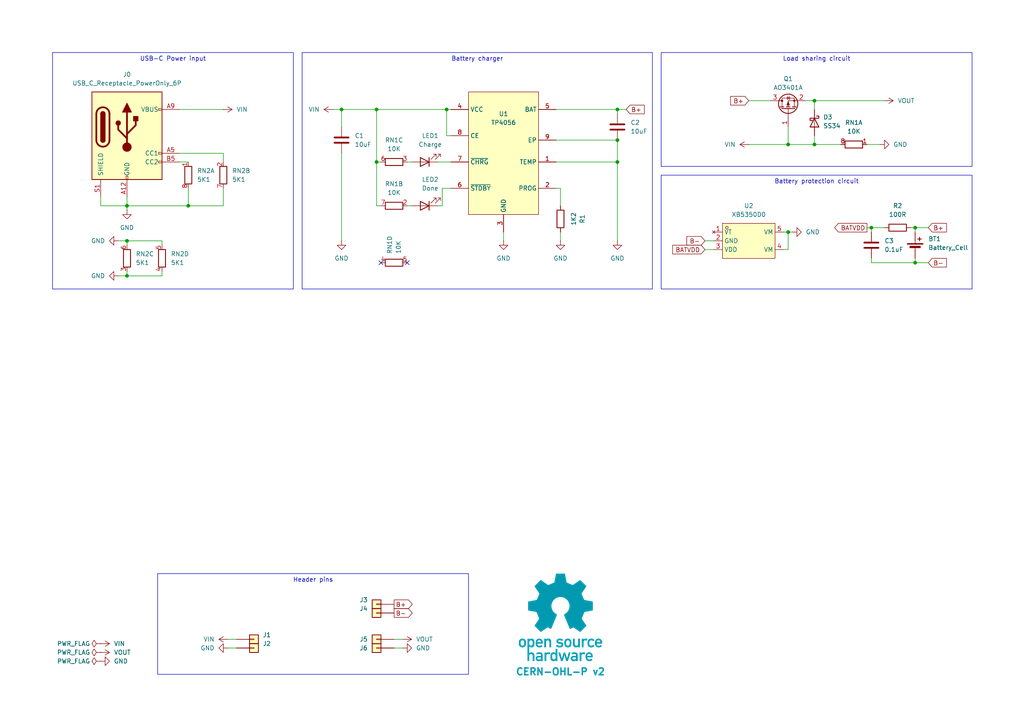
<source format=kicad_sch>
(kicad_sch (version 20231120) (generator "eeschema") (generator_version "8.0")
  (paper "A4")
  (lib_symbols
    (symbol "Conn_01x01_1" (pin_numbers hide) (pin_names (offset 1.016) hide)
      (property "Reference" "J" (at 0 2.54 0))
      (property "Value" "Conn_01x01" (at 0 -2.54 0))
      (symbol "Conn_01x01_1_1_1"
        (rectangle (start -1.27 0.127) (end 0 -0.127) (stroke (width 0.1524)))
        (rectangle (start -1.27 1.27) (end 1.27 -1.27) (stroke (width 0.254)) (fill (type background)))
        (pin passive line (at -5.08 0 0) (length 3.81) (name "Pin_1") (number "1"))
      )
    )
    (symbol "Connector:USB_C_Receptacle_PowerOnly_6P" (pin_names (offset 1.016))
      (property "Reference" "J" (at 0 16.51 0))
      (property "Value" "USB_C_Receptacle_PowerOnly_6P" (at 0 13.97 0))
      (symbol "USB_C_Receptacle_PowerOnly_6P_0_0"
        (rectangle (start -0.254 -12.7) (end 0.254 -11.684))
        (rectangle (start 10.16 -7.366) (end 9.144 -7.874))
        (rectangle (start 10.16 -4.826) (end 9.144 -5.334))
        (rectangle (start 10.16 7.874) (end 9.144 7.366))
      )
      (symbol "USB_C_Receptacle_PowerOnly_6P_0_1"
        (rectangle (start -10.16 12.7) (end 10.16 -12.7) (stroke (width 0.254)) (fill (type background)))
        (arc (start -8.89 -1.27) (mid -6.985 -3.1667) (end -5.08 -1.27) (stroke (width 0.508)))
        (arc (start -7.62 -1.27) (mid -6.985 -1.9023) (end -6.35 -1.27) (stroke (width 0.254)))
        (arc (start -7.62 -1.27) (mid -6.985 -1.9023) (end -6.35 -1.27) (stroke (width 0.254)) (fill (type outline)))
        (rectangle (start -7.62 -1.27) (end -6.35 6.35) (stroke (width 0.254)) (fill (type outline)))
        (arc (start -6.35 6.35) (mid -6.985 6.9823) (end -7.62 6.35) (stroke (width 0.254)))
        (arc (start -6.35 6.35) (mid -6.985 6.9823) (end -7.62 6.35) (stroke (width 0.254)) (fill (type outline)))
        (arc (start -5.08 6.35) (mid -6.985 8.2467) (end -8.89 6.35) (stroke (width 0.508)))
        (circle (center -2.54 3.683) (radius 0.635) (stroke (width 0.254)) (fill (type outline)))
        (circle (center 0 -3.302) (radius 1.27) (fill (type outline)))
        (polyline (pts (xy -8.89 -1.27) (xy -8.89 6.35)) (stroke (width 0.508)))
        (polyline (pts (xy -5.08 6.35) (xy -5.08 -1.27)) (stroke (width 0.508)))
        (polyline (pts (xy 0 -3.302) (xy 0 6.858)) (stroke (width 0.508)))
        (polyline (pts (xy 0 -0.762) (xy -2.54 1.778) (xy -2.54 3.048)) (stroke (width 0.508)))
        (polyline (pts (xy 0 0.508) (xy 2.54 3.048) (xy 2.54 4.318)) (stroke (width 0.508)))
        (polyline (pts (xy -1.27 6.858) (xy 0 9.398) (xy 1.27 6.858) (xy -1.27 6.858)) (stroke (width 0.254)) (fill (type outline)))
        (rectangle (start 1.905 4.318) (end 3.175 5.588) (stroke (width 0.254)) (fill (type outline)))
      )
      (symbol "USB_C_Receptacle_PowerOnly_6P_1_1"
        (pin passive line (at 0 -17.78 90) (length 5.08) (name "GND") (number "A12"))
        (pin bidirectional line (at 15.24 -5.08 180) (length 5.08) (name "CC1") (number "A5"))
        (pin passive line (at 15.24 7.62 180) (length 5.08) (name "VBUS") (number "A9"))
        (pin passive line (at 0 -17.78 90) (length 5.08) hide (name "GND") (number "B12"))
        (pin bidirectional line (at 15.24 -7.62 180) (length 5.08) (name "CC2") (number "B5"))
        (pin passive line (at 15.24 7.62 180) (length 5.08) hide (name "VBUS") (number "B9"))
        (pin passive line (at -7.62 -17.78 90) (length 5.08) (name "SHIELD") (number "S1"))
      )
    )
    (symbol "Connector_Generic:Conn_01x01" (pin_numbers hide) (pin_names (offset 1.016) hide)
      (property "Reference" "J" (at 0 2.54 0))
      (property "Value" "Conn_01x01" (at 0 -2.54 0))
      (symbol "Conn_01x01_1_1"
        (rectangle (start -1.27 0.127) (end 0 -0.127) (stroke (width 0.1524)))
        (rectangle (start -1.27 1.27) (end 1.27 -1.27) (stroke (width 0.254)) (fill (type background)))
        (pin passive line (at -5.08 0 0) (length 3.81) (name "Pin_1") (number "1"))
      )
    )
    (symbol "Device:Battery_Cell" (pin_numbers hide) (pin_names (offset 0) hide)
      (property "Reference" "BT" (at 2.54 2.54 0))
      (property "Value" "Battery_Cell" (at 2.54 0 0))
      (symbol "Battery_Cell_0_1"
        (rectangle (start -2.286 1.778) (end 2.286 1.524) (fill (type outline)))
        (rectangle (start -1.524 1.016) (end 1.524 0.508) (fill (type outline)))
        (polyline (pts (xy 0 0.762) (xy 0 0)))
        (polyline (pts (xy 0 1.778) (xy 0 2.54)))
        (polyline (pts (xy 0.762 3.048) (xy 1.778 3.048)) (stroke (width 0.254)))
        (polyline (pts (xy 1.27 3.556) (xy 1.27 2.54)) (stroke (width 0.254)))
      )
      (symbol "Battery_Cell_1_1"
        (pin passive line (at 0 5.08 270) (length 2.54) (name "+") (number "1"))
        (pin passive line (at 0 -2.54 90) (length 2.54) (name "-") (number "2"))
      )
    )
    (symbol "Device:C" (pin_numbers hide) (pin_names (offset 0.254))
      (property "Reference" "C" (at 0.635 2.54 0))
      (property "Value" "C" (at 0.635 -2.54 0))
      (symbol "C_0_1"
        (polyline (pts (xy -2.032 -0.762) (xy 2.032 -0.762)) (stroke (width 0.508)))
        (polyline (pts (xy -2.032 0.762) (xy 2.032 0.762)) (stroke (width 0.508)))
      )
      (symbol "C_1_1"
        (pin passive line (at 0 3.81 270) (length 2.794) (name "~") (number "1"))
        (pin passive line (at 0 -3.81 90) (length 2.794) (name "~") (number "2"))
      )
    )
    (symbol "Device:LED" (pin_numbers hide) (pin_names (offset 1.016) hide)
      (property "Reference" "D" (at 0 2.54 0))
      (property "Value" "LED" (at 0 -2.54 0))
      (symbol "LED_0_1"
        (polyline (pts (xy -1.27 -1.27) (xy -1.27 1.27)) (stroke (width 0.254)))
        (polyline (pts (xy -1.27 0) (xy 1.27 0)))
        (polyline (pts (xy 1.27 -1.27) (xy 1.27 1.27) (xy -1.27 0) (xy 1.27 -1.27)) (stroke (width 0.254)))
        (polyline (pts (xy -3.048 -0.762) (xy -4.572 -2.286) (xy -3.81 -2.286) (xy -4.572 -2.286) (xy -4.572 -1.524)))
        (polyline (pts (xy -1.778 -0.762) (xy -3.302 -2.286) (xy -2.54 -2.286) (xy -3.302 -2.286) (xy -3.302 -1.524)))
      )
      (symbol "LED_1_1"
        (pin passive line (at -3.81 0 0) (length 2.54) (name "K") (number "1"))
        (pin passive line (at 3.81 0 180) (length 2.54) (name "A") (number "2"))
      )
    )
    (symbol "Device:R" (pin_numbers hide) (pin_names (offset 0))
      (property "Reference" "R" (at 2.032 0 90))
      (property "Value" "R" (at 0 0 90))
      (symbol "R_0_1"
        (rectangle (start -1.016 -2.54) (end 1.016 2.54) (stroke (width 0.254)))
      )
      (symbol "R_1_1"
        (pin passive line (at 0 3.81 270) (length 1.27) (name "~") (number "1"))
        (pin passive line (at 0 -3.81 90) (length 1.27) (name "~") (number "2"))
      )
    )
    (symbol "Device:R_Pack04_Split" (pin_names (offset 0) hide)
      (property "Reference" "RN" (at 2.032 0 90))
      (property "Value" "R_Pack04_Split" (at 0 0 90))
      (symbol "R_Pack04_Split_0_1"
        (rectangle (start 1.016 2.54) (end -1.016 -2.54) (stroke (width 0.254)))
      )
      (symbol "R_Pack04_Split_1_1"
        (pin passive line (at 0 -3.81 90) (length 1.27) (name "R1.1") (number "1"))
        (pin passive line (at 0 3.81 270) (length 1.27) (name "R1.2") (number "8"))
      )
      (symbol "R_Pack04_Split_2_1"
        (pin passive line (at 0 -3.81 90) (length 1.27) (name "R2.1") (number "2"))
        (pin passive line (at 0 3.81 270) (length 1.27) (name "R2.2") (number "7"))
      )
      (symbol "R_Pack04_Split_3_1"
        (pin passive line (at 0 -3.81 90) (length 1.27) (name "R3.1") (number "3"))
        (pin passive line (at 0 3.81 270) (length 1.27) (name "R3.2") (number "6"))
      )
      (symbol "R_Pack04_Split_4_1"
        (pin passive line (at 0 -3.81 90) (length 1.27) (name "R4.1") (number "4"))
        (pin passive line (at 0 3.81 270) (length 1.27) (name "R4.2") (number "5"))
      )
    )
    (symbol "Diode:SS34" (pin_numbers hide) (pin_names (offset 1.016) hide)
      (property "Reference" "D" (at 0 2.54 0))
      (property "Value" "SS34" (at 0 -2.54 0))
      (symbol "SS34_0_1"
        (polyline (pts (xy 1.27 0) (xy -1.27 0)))
        (polyline (pts (xy 1.27 1.27) (xy 1.27 -1.27) (xy -1.27 0) (xy 1.27 1.27)) (stroke (width 0.254)))
        (polyline (pts (xy -1.905 0.635) (xy -1.905 1.27) (xy -1.27 1.27) (xy -1.27 -1.27) (xy -0.635 -1.27) (xy -0.635 -0.635)) (stroke (width 0.254)))
      )
      (symbol "SS34_1_1"
        (pin passive line (at -3.81 0 0) (length 2.54) (name "K") (number "1"))
        (pin passive line (at 3.81 0 180) (length 2.54) (name "A") (number "2"))
      )
    )
    (symbol "Transistor_FET:AO3401A" (pin_names hide)
      (property "Reference" "Q" (at 5.08 1.905 0))
      (property "Value" "AO3401A" (at 5.08 0 0))
      (symbol "AO3401A_0_1"
        (polyline (pts (xy 0.254 0) (xy -2.54 0)))
        (polyline (pts (xy 0.254 1.905) (xy 0.254 -1.905)) (stroke (width 0.254)))
        (polyline (pts (xy 0.762 -1.27) (xy 0.762 -2.286)) (stroke (width 0.254)))
        (polyline (pts (xy 0.762 0.508) (xy 0.762 -0.508)) (stroke (width 0.254)))
        (polyline (pts (xy 0.762 2.286) (xy 0.762 1.27)) (stroke (width 0.254)))
        (polyline (pts (xy 2.54 2.54) (xy 2.54 1.778)))
        (polyline (pts (xy 2.54 -2.54) (xy 2.54 0) (xy 0.762 0)))
        (polyline (pts (xy 0.762 1.778) (xy 3.302 1.778) (xy 3.302 -1.778) (xy 0.762 -1.778)))
        (polyline (pts (xy 2.286 0) (xy 1.27 0.381) (xy 1.27 -0.381) (xy 2.286 0)) (fill (type outline)))
        (polyline (pts (xy 2.794 -0.508) (xy 2.921 -0.381) (xy 3.683 -0.381) (xy 3.81 -0.254)))
        (polyline (pts (xy 3.302 -0.381) (xy 2.921 0.254) (xy 3.683 0.254) (xy 3.302 -0.381)))
        (circle (center 1.651 0) (radius 2.794) (stroke (width 0.254)))
        (circle (center 2.54 -1.778) (radius 0.254) (fill (type outline)))
        (circle (center 2.54 1.778) (radius 0.254) (fill (type outline)))
      )
      (symbol "AO3401A_1_1"
        (pin input line (at -5.08 0 0) (length 2.54) (name "G") (number "1"))
        (pin passive line (at 2.54 -5.08 90) (length 2.54) (name "S") (number "2"))
        (pin passive line (at 2.54 5.08 270) (length 2.54) (name "D") (number "3"))
      )
    )
    (symbol "lcsc:TP4056"
      (property "Reference" "U" (at 0 20.32 0))
      (property "Value" "TP4056" (at 0 -25.4 0))
      (symbol "TP4056_0_1"
        (rectangle (start -10.16 20.32) (end 10.16 -15.24) (fill (type background)))
      )
      (symbol "TP4056_1_1"
        (pin input line (at 15.24 0 180) (length 5.08) (name "TEMP") (number "1"))
        (pin input line (at 15.24 -7.62 180) (length 5.08) (name "PROG") (number "2"))
        (pin power_in line (at 0 -20.32 90) (length 5.08) (name "GND") (number "3"))
        (pin power_in line (at -15.24 15.24 0) (length 5.08) (name "VCC") (number "4"))
        (pin power_out line (at 15.24 15.24 180) (length 5.08) (name "BAT") (number "5"))
        (pin open_collector line (at -15.24 -7.62 0) (length 5.08) (name "~{STDBY}") (number "6"))
        (pin open_collector line (at -15.24 0 0) (length 5.08) (name "~{CHRG}") (number "7"))
        (pin input line (at -15.24 7.62 0) (length 5.08) (name "CE") (number "8"))
        (pin power_in line (at 15.24 6.35 180) (length 5.08) (name "EP") (number "9"))
      )
    )
    (symbol "lcsc:XB5350D0"
      (property "Reference" "U" (at 0 7.62 0))
      (property "Value" "XB5350D0" (at 0 -7.62 0))
      (symbol "XB5350D0_0_1"
        (rectangle (start -7.62 5.08) (end 7.62 -5.08) (fill (type background)))
        (circle (center -6.35 3.81) (radius 0.38))
      )
      (symbol "XB5350D0_1_1"
        (pin no_connect line (at -10.16 2.54 0) (length 2.54) (name "VT") (number "1"))
        (pin input line (at -10.16 0 0) (length 2.54) (name "GND") (number "2"))
        (pin input line (at -10.16 -2.54 0) (length 2.54) (name "VDD") (number "3"))
        (pin input line (at 10.16 -2.54 180) (length 2.54) (name "VM") (number "4"))
        (pin input line (at 10.16 2.54 180) (length 2.54) (name "VM") (number "5"))
      )
    )
    (symbol "power:+5V" (power) (pin_numbers hide) (pin_names (offset 0) hide)
      (property "Value" "+5V" (at 0 3.556 0))
      (symbol "+5V_0_1"
        (polyline (pts (xy -0.762 1.27) (xy 0 2.54)))
        (polyline (pts (xy 0 0) (xy 0 2.54)))
        (polyline (pts (xy 0 2.54) (xy 0.762 1.27)))
      )
      (symbol "+5V_1_1"
        (pin power_in line (at 0 0 90) (length 0) (name "~") (number "1"))
      )
    )
    (symbol "power:GND" (power) (pin_numbers hide) (pin_names (offset 0) hide)
      (property "Value" "GND" (at 0 -3.81 0))
      (symbol "GND_0_1"
        (polyline (pts (xy 0 0) (xy 0 -1.27) (xy 1.27 -1.27) (xy 0 -2.54) (xy -1.27 -1.27) (xy 0 -1.27)))
      )
      (symbol "GND_1_1"
        (pin power_in line (at 0 0 270) (length 0) (name "~") (number "1"))
      )
    )
    (symbol "power:PWR_FLAG" (power) (pin_numbers hide) (pin_names (offset 0) hide)
      (property "Value" "PWR_FLAG" (at 0 3.81 0))
      (symbol "PWR_FLAG_0_0"
        (pin power_out line (at 0 0 90) (length 0) (name "~") (number "1"))
      )
      (symbol "PWR_FLAG_0_1"
        (polyline (pts (xy 0 0) (xy 0 1.27) (xy -1.016 1.905) (xy 0 2.54) (xy 1.016 1.905) (xy 0 1.27)))
      )
    )
    (symbol "power:VCC" (power) (pin_numbers hide) (pin_names (offset 0) hide)
      (property "Value" "VCC" (at 0 3.556 0))
      (symbol "VCC_0_1"
        (polyline (pts (xy -0.762 1.27) (xy 0 2.54)))
        (polyline (pts (xy 0 0) (xy 0 2.54)))
        (polyline (pts (xy 0 2.54) (xy 0.762 1.27)))
      )
      (symbol "VCC_1_1"
        (pin power_in line (at 0 0 90) (length 0) (name "~") (number "1"))
      )
    )
  )
  (junction (at 236.22 29.21))
  (junction (at 99.06 31.75))
  (junction (at 36.83 80.01))
  (junction (at 36.83 69.85))
  (junction (at 179.07 31.75))
  (junction (at 236.22 41.91))
  (junction (at 265.43 66.04))
  (junction (at 109.22 31.75))
  (junction (at 179.07 40.64))
  (junction (at 252.73 66.04))
  (junction (at 265.43 76.2))
  (junction (at 179.07 46.99))
  (junction (at 129.54 31.75))
  (junction (at 228.6 67.31))
  (junction (at 54.61 59.69))
  (junction (at 228.6 41.91))
  (junction (at 36.83 59.69))
  (junction (at 109.22 46.99))
  (no_connect (at 110.49 76.2))
  (no_connect (at 118.11 76.2))
  (wire (pts (xy 36.83 59.69) (xy 36.83 60.96)))
  (wire (pts (xy 46.99 69.85) (xy 46.99 71.12)))
  (wire (pts (xy 179.07 46.99) (xy 179.07 40.64)))
  (wire (pts (xy 109.22 46.99) (xy 110.49 46.99)))
  (wire (pts (xy 128.27 54.61) (xy 130.81 54.61)))
  (wire (pts (xy 29.21 57.15) (xy 29.21 59.69)))
  (wire (pts (xy 229.87 67.31) (xy 228.6 67.31)))
  (wire (pts (xy 228.6 36.83) (xy 228.6 41.91)))
  (wire (pts (xy 64.77 44.45) (xy 64.77 46.99)))
  (wire (pts (xy 64.77 59.69) (xy 54.61 59.69)))
  (wire (pts (xy 179.07 31.75) (xy 181.61 31.75)))
  (wire (pts (xy 251.46 66.04) (xy 252.73 66.04)))
  (wire (pts (xy 46.99 80.01) (xy 36.83 80.01)))
  (wire (pts (xy 217.17 29.21) (xy 223.52 29.21)))
  (wire (pts (xy 179.07 33.02) (xy 179.07 31.75)))
  (wire (pts (xy 99.06 44.45) (xy 99.06 69.85)))
  (wire (pts (xy 162.56 54.61) (xy 162.56 59.69)))
  (wire (pts (xy 68.58 187.96) (xy 66.04 187.96)))
  (wire (pts (xy 109.22 31.75) (xy 129.54 31.75)))
  (wire (pts (xy 161.29 46.99) (xy 179.07 46.99)))
  (wire (pts (xy 130.81 39.37) (xy 129.54 39.37)))
  (wire (pts (xy 129.54 31.75) (xy 130.81 31.75)))
  (wire (pts (xy 127 59.69) (xy 128.27 59.69)))
  (wire (pts (xy 162.56 67.31) (xy 162.56 69.85)))
  (wire (pts (xy 256.54 66.04) (xy 252.73 66.04)))
  (wire (pts (xy 236.22 41.91) (xy 228.6 41.91)))
  (wire (pts (xy 118.11 46.99) (xy 119.38 46.99)))
  (wire (pts (xy 265.43 76.2) (xy 269.24 76.2)))
  (wire (pts (xy 68.58 185.42) (xy 66.04 185.42)))
  (wire (pts (xy 99.06 31.75) (xy 109.22 31.75)))
  (wire (pts (xy 114.3 185.42) (xy 116.84 185.42)))
  (wire (pts (xy 217.17 41.91) (xy 228.6 41.91)))
  (wire (pts (xy 161.29 31.75) (xy 179.07 31.75)))
  (wire (pts (xy 161.29 40.64) (xy 179.07 40.64)))
  (wire (pts (xy 36.83 69.85) (xy 36.83 71.12)))
  (wire (pts (xy 52.07 31.75) (xy 64.77 31.75)))
  (wire (pts (xy 146.05 67.31) (xy 146.05 69.85)))
  (wire (pts (xy 36.83 57.15) (xy 36.83 59.69)))
  (wire (pts (xy 52.07 44.45) (xy 64.77 44.45)))
  (wire (pts (xy 204.47 69.85) (xy 207.01 69.85)))
  (wire (pts (xy 29.21 59.69) (xy 36.83 59.69)))
  (wire (pts (xy 129.54 39.37) (xy 129.54 31.75)))
  (wire (pts (xy 236.22 39.37) (xy 236.22 41.91)))
  (wire (pts (xy 228.6 67.31) (xy 227.33 67.31)))
  (wire (pts (xy 64.77 54.61) (xy 64.77 59.69)))
  (wire (pts (xy 52.07 46.99) (xy 54.61 46.99)))
  (wire (pts (xy 161.29 54.61) (xy 162.56 54.61)))
  (wire (pts (xy 228.6 72.39) (xy 228.6 67.31)))
  (wire (pts (xy 54.61 54.61) (xy 54.61 59.69)))
  (wire (pts (xy 265.43 66.04) (xy 265.43 67.31)))
  (wire (pts (xy 252.73 74.93) (xy 252.73 76.2)))
  (wire (pts (xy 128.27 59.69) (xy 128.27 54.61)))
  (wire (pts (xy 36.83 78.74) (xy 36.83 80.01)))
  (wire (pts (xy 109.22 31.75) (xy 109.22 46.99)))
  (wire (pts (xy 46.99 78.74) (xy 46.99 80.01)))
  (wire (pts (xy 252.73 76.2) (xy 265.43 76.2)))
  (wire (pts (xy 251.46 41.91) (xy 255.27 41.91)))
  (wire (pts (xy 227.33 72.39) (xy 228.6 72.39)))
  (wire (pts (xy 252.73 66.04) (xy 252.73 67.31)))
  (wire (pts (xy 236.22 29.21) (xy 236.22 31.75)))
  (wire (pts (xy 265.43 76.2) (xy 265.43 74.93)))
  (wire (pts (xy 233.68 29.21) (xy 236.22 29.21)))
  (wire (pts (xy 179.07 69.85) (xy 179.07 46.99)))
  (wire (pts (xy 36.83 69.85) (xy 46.99 69.85)))
  (wire (pts (xy 109.22 59.69) (xy 109.22 46.99)))
  (wire (pts (xy 114.3 187.96) (xy 116.84 187.96)))
  (wire (pts (xy 264.16 66.04) (xy 265.43 66.04)))
  (wire (pts (xy 34.29 69.85) (xy 36.83 69.85)))
  (wire (pts (xy 99.06 31.75) (xy 99.06 36.83)))
  (wire (pts (xy 236.22 29.21) (xy 256.54 29.21)))
  (wire (pts (xy 110.49 59.69) (xy 109.22 59.69)))
  (wire (pts (xy 54.61 59.69) (xy 36.83 59.69)))
  (wire (pts (xy 204.47 72.39) (xy 207.01 72.39)))
  (wire (pts (xy 34.29 80.01) (xy 36.83 80.01)))
  (wire (pts (xy 265.43 66.04) (xy 269.24 66.04)))
  (wire (pts (xy 118.11 59.69) (xy 119.38 59.69)))
  (wire (pts (xy 236.22 41.91) (xy 243.84 41.91)))
  (wire (pts (xy 127 46.99) (xy 130.81 46.99)))
  (wire (pts (xy 96.52 31.75) (xy 99.06 31.75)))
  (image (at 162.56 179.07) (scale 0.37481))
  (text_box "Header pins" (at 45.72 166.37 0) (size 90.17 29.21) (effects (font (size 1.27 1.27)) (justify top)))
  (text_box "Battery protection circuit" (at 191.77 50.8 0) (size 90.17 33.02) (effects (font (size 1.27 1.27)) (justify top)))
  (text_box "USB-C Power input" (at 15.24 15.24 0) (size 69.85 68.58) (effects (font (size 1.27 1.27)) (justify top)))
  (text_box "Load sharing circuit" (at 191.77 15.24 0) (size 90.17 33.02) (effects (font (size 1.27 1.27)) (justify top)))
  (text_box "Battery charger" (at 87.63 15.24 0) (size 101.6 68.58) (effects (font (size 1.27 1.27)) (justify top)))
  (text "CERN-OHL-P v2" (at 162.56 195.072 0) (effects (font (size 2 2) (thickness 0.4) (bold yes))))
  (global_label "B-" (shape input) (at 204.47 69.85 180) (property "Intersheetrefs" "${INTERSHEET_REFS}" (effects (hide yes))))
  (global_label "B+" (shape output) (at 114.3 175.26 0) (property "Intersheetrefs" "${INTERSHEET_REFS}" (effects (hide yes))))
  (global_label "B-" (shape output) (at 114.3 177.8 0) (property "Intersheetrefs" "${INTERSHEET_REFS}" (effects (hide yes))))
  (global_label "BATVDD" (shape input) (at 204.47 72.39 180) (property "Intersheetrefs" "${INTERSHEET_REFS}" (effects (hide yes))))
  (global_label "B+" (shape input) (at 181.61 31.75 0) (property "Intersheetrefs" "${INTERSHEET_REFS}" (effects (hide yes))))
  (global_label "B+" (shape input) (at 269.24 66.04 0) (property "Intersheetrefs" "${INTERSHEET_REFS}" (effects (hide yes))))
  (global_label "B-" (shape input) (at 269.24 76.2 0) (property "Intersheetrefs" "${INTERSHEET_REFS}" (effects (hide yes))))
  (global_label "B+" (shape input) (at 217.17 29.21 180) (property "Intersheetrefs" "${INTERSHEET_REFS}" (effects (hide yes))))
  (global_label "BATVDD" (shape output) (at 251.46 66.04 180) (property "Intersheetrefs" "${INTERSHEET_REFS}" (effects (hide yes))))
  (symbol (lib_name "Conn_01x01_1") (lib_id "Connector_Generic:Conn_01x01") (at 109.22 177.8 0) (mirror y) (unit 1)
    (property "Reference" "J4" (at 106.68 176.5299 0) (effects (justify left)))
    (property "Value" "Conn_01x01" (effects (hide yes)))
    (property "Footprint" "custom:PinHeader_1x01_P2.54mm_simple_square" (effects (hide yes)))
    (property "Description" "Generic connector, single row, 01x01, script generated (kicad-library-utils/schlib/autogen/connector/)" (effects (hide yes)))
  )
  (symbol (lib_id "Device:R_Pack04_Split") (at 54.61 50.8 180) (unit 1)
    (property "Reference" "RN2" (at 57.15 49.5299 0) (effects (justify right)))
    (property "Value" "5K1" (at 57.15 52.0699 0) (effects (justify right)))
    (property "Footprint" "Resistor_SMD:R_Array_Convex_4x0603" (effects (hide yes)))
    (property "Description" "4 resistor network, parallel topology, split" (effects (hide yes)))
    (property "Sim.Device" "R" (effects (hide yes)))
    (property "Sim.Pins" "1=+ 2=-" (effects (hide yes)))
    (property "Sim.Params" "r=5.1K" (effects (hide yes)))
  )
  (symbol (lib_id "Device:R_Pack04_Split") (at 114.3 46.99 90) (unit 3)
    (property "Reference" "RN1" (at 114.3 40.64 90))
    (property "Value" "10K" (at 114.3 43.18 90))
    (property "Footprint" "Resistor_SMD:R_Array_Convex_4x0603" (effects (hide yes)))
    (property "Description" "4 resistor network, parallel topology, split" (effects (hide yes)))
    (property "Sim.Device" "R" (effects (hide yes)))
    (property "Sim.Pins" "1=+ 2=-" (effects (hide yes)))
    (property "Sim.Params" "r=10K" (effects (hide yes)))
    (property "LCSC Part" "C29718" (effects (hide yes)))
    (property "JLCPCB_CORRECTION" "0; 0; 90" (effects (hide yes)))
  )
  (symbol (lib_id "power:GND") (at 66.04 187.96 270) (unit 1)
    (property "Reference" "#PWR07" (effects (hide yes)))
    (property "Value" "GND" (at 62.23 187.9601 90) (effects (justify right)))
    (property "Description" "Power symbol creates a global label with name \"GND\" , ground" (effects (hide yes)))
  )
  (symbol (lib_id "Diode:SS34") (at 236.22 35.56 270) (unit 1)
    (property "Reference" "D3" (at 238.76 33.9724 90) (effects (justify left)))
    (property "Value" "SS34" (at 238.76 36.5124 90) (effects (justify left)))
    (property "Footprint" "custom:D_SMA_simple" (effects (hide yes)))
    (property "Datasheet" "https://www.vishay.com/docs/88751/ss32.pdf" (effects (hide yes)))
    (property "Description" "40V 3A Schottky Diode, SMA" (effects (hide yes)))
    (property "LCSC Part" "C8678" (effects (hide yes)))
  )
  (symbol (lib_id "power:GND") (at 116.84 187.96 90) (unit 1)
    (property "Reference" "#PWR012" (effects (hide yes)))
    (property "Value" "GND" (at 120.65 187.9599 90) (effects (justify right)))
    (property "Description" "Power symbol creates a global label with name \"GND\" , ground" (effects (hide yes)))
  )
  (symbol (lib_id "power:GND") (at 162.56 69.85 0) (unit 1)
    (property "Reference" "#PWR022" (effects (hide yes)))
    (property "Value" "GND" (at 162.56 74.93 0))
    (property "Description" "Power symbol creates a global label with name \"GND\" , ground" (effects (hide yes)))
  )
  (symbol (lib_id "Device:C") (at 252.73 71.12 180) (unit 1)
    (property "Reference" "C3" (at 256.54 69.8499 0) (effects (justify right)))
    (property "Value" "0.1uF" (at 256.54 72.3899 0) (effects (justify right)))
    (property "Footprint" "Capacitor_SMD:C_0805_2012Metric_Pad1.18x1.45mm_HandSolder" (effects (hide yes)))
    (property "Description" "Unpolarized capacitor" (effects (hide yes)))
    (property "LCSC Part" "C28233" (effects (hide yes)))
  )
  (symbol (lib_id "Device:R_Pack04_Split") (at 247.65 41.91 90) (unit 1)
    (property "Reference" "RN1" (at 247.65 35.56 90))
    (property "Value" "10K" (at 247.65 38.1 90))
    (property "Footprint" "Resistor_SMD:R_Array_Convex_4x0603" (effects (hide yes)))
    (property "Description" "4 resistor network, parallel topology, split" (effects (hide yes)))
    (property "Sim.Device" "R" (effects (hide yes)))
    (property "Sim.Pins" "1=+ 2=-" (effects (hide yes)))
    (property "Sim.Params" "r=10K" (effects (hide yes)))
    (property "LCSC Part" "C29718" (effects (hide yes)))
    (property "JLCPCB_CORRECTION" "0; 0; 90" (effects (hide yes)))
  )
  (symbol (lib_id "power:VCC") (at 29.21 186.69 270) (unit 1)
    (property "Reference" "#PWR01" (effects (hide yes)))
    (property "Value" "VIN" (at 33.02 186.69 90) (effects (justify left)))
    (property "Description" "Power symbol creates a global label with name \"VCC\"" (effects (hide yes)))
  )
  (symbol (lib_id "power:GND") (at 255.27 41.91 90) (unit 1)
    (property "Reference" "#PWR019" (effects (hide yes)))
    (property "Value" "GND" (at 259.08 41.9099 90) (effects (justify right)))
    (property "Description" "Power symbol creates a global label with name \"GND\" , ground" (effects (hide yes)))
  )
  (symbol (lib_id "power:VCC") (at 64.77 31.75 270) (unit 1)
    (property "Reference" "#PWR017" (effects (hide yes)))
    (property "Value" "VIN" (at 68.58 31.7499 90) (effects (justify left)))
    (property "Description" "Power symbol creates a global label with name \"VCC\"" (effects (hide yes)))
  )
  (symbol (lib_id "power:+5V") (at 256.54 29.21 270) (unit 1)
    (property "Reference" "#PWR020" (effects (hide yes)))
    (property "Value" "VOUT" (at 260.35 29.2099 90) (effects (justify left)))
    (property "Description" "Power symbol creates a global label with name \"+5V\"" (effects (hide yes)))
  )
  (symbol (lib_id "power:GND") (at 99.06 69.85 0) (unit 1)
    (property "Reference" "#PWR014" (effects (hide yes)))
    (property "Value" "GND" (at 99.06 74.93 0))
    (property "Description" "Power symbol creates a global label with name \"GND\" , ground" (effects (hide yes)))
  )
  (symbol (lib_id "lcsc:XB5350D0") (at 217.17 69.85 0) (unit 1)
    (property "Reference" "U2" (at 217.17 59.69 0))
    (property "Value" "XB5350D0" (at 217.17 62.23 0))
    (property "Footprint" "custom:SOT-23-5_simple" (effects (hide yes)))
    (property "Datasheet" "https://lcsc.com/product-detail/Battery-Protection-ICs_XB5307H_C154942.html" (effects (hide yes)))
    (property "JLCPCB_CORRECTION" "0; 0; 270" (effects (hide yes)))
    (property "LCSC Part" "C2760002" (effects (hide yes)))
  )
  (symbol (lib_id "Transistor_FET:AO3401A") (at 228.6 31.75 90) (unit 1)
    (property "Reference" "Q1" (at 228.6 22.86 90))
    (property "Value" "AO3401A" (at 228.6 25.4 90))
    (property "Footprint" "Package_TO_SOT_SMD:SOT-23" (effects (hide yes)))
    (property "Datasheet" "http://www.aosmd.com/pdfs/datasheet/AO3401A.pdf" (effects (hide yes)))
    (property "Description" "-4.0A Id, -30V Vds, P-Channel MOSFET, SOT-23" (effects (hide yes)))
    (property "LCSC Part" "C15127" (effects (hide yes)))
    (property "JLCPCB_CORRECTION" "0; 0; 180" (effects (hide yes)))
  )
  (symbol (lib_name "Conn_01x01_1") (lib_id "Connector_Generic:Conn_01x01") (at 73.66 187.96 0) (unit 1)
    (property "Reference" "J2" (at 76.2 186.6899 0) (effects (justify left)))
    (property "Value" "Conn_01x01" (effects (hide yes)))
    (property "Footprint" "custom:PinHeader_1x01_P2.54mm_simple_square" (effects (hide yes)))
    (property "Description" "Generic connector, single row, 01x01, script generated (kicad-library-utils/schlib/autogen/connector/)" (effects (hide yes)))
  )
  (symbol (lib_id "Device:R") (at 162.56 63.5 0) (mirror y) (unit 1)
    (property "Reference" "R1" (at 168.91 63.5 90))
    (property "Value" "1K2" (at 166.37 63.5 90))
    (property "Footprint" "Resistor_SMD:R_0805_2012Metric_Pad1.20x1.40mm_HandSolder" (effects (hide yes)))
    (property "Description" "Resistor" (effects (hide yes)))
    (property "LCSC Part" "C17379" (effects (hide yes)))
  )
  (symbol (lib_id "Connector_Generic:Conn_01x01") (at 109.22 187.96 0) (mirror y) (unit 1)
    (property "Reference" "J6" (at 106.68 187.9599 0) (effects (justify left)))
    (property "Value" "Conn_01x01" (effects (hide yes)))
    (property "Footprint" "custom:PinHeader_1x01_P2.54mm_simple_square" (effects (hide yes)))
    (property "Description" "Generic connector, single row, 01x01, script generated (kicad-library-utils/schlib/autogen/connector/)" (effects (hide yes)))
  )
  (symbol (lib_id "Device:C") (at 99.06 40.64 0) (unit 1)
    (property "Reference" "C1" (at 102.87 39.3699 0) (effects (justify left)))
    (property "Value" "10uF" (at 102.87 41.9099 0) (effects (justify left)))
    (property "Footprint" "Capacitor_SMD:C_0805_2012Metric_Pad1.18x1.45mm_HandSolder" (effects (hide yes)))
    (property "Description" "Unpolarized capacitor" (effects (hide yes)))
    (property "LCSC Part" "C15850" (effects (hide yes)))
  )
  (symbol (lib_id "Device:R") (at 260.35 66.04 270) (mirror x) (unit 1)
    (property "Reference" "R2" (at 260.35 59.69 90))
    (property "Value" "100R" (at 260.35 62.23 90))
    (property "Footprint" "Resistor_SMD:R_0805_2012Metric_Pad1.20x1.40mm_HandSolder" (effects (hide yes)))
    (property "Description" "Resistor" (effects (hide yes)))
    (property "LCSC Part" "C17408" (effects (hide yes)))
  )
  (symbol (lib_id "power:VCC") (at 217.17 41.91 90) (unit 1)
    (property "Reference" "#PWR018" (effects (hide yes)))
    (property "Value" "VIN" (at 213.36 41.9101 90) (effects (justify left)))
    (property "Description" "Power symbol creates a global label with name \"VCC\"" (effects (hide yes)))
  )
  (symbol (lib_id "power:GND") (at 179.07 69.85 0) (unit 1)
    (property "Reference" "#PWR015" (effects (hide yes)))
    (property "Value" "GND" (at 179.07 74.93 0))
    (property "Description" "Power symbol creates a global label with name \"GND\" , ground" (effects (hide yes)))
  )
  (symbol (lib_id "power:VCC") (at 66.04 185.42 90) (unit 1)
    (property "Reference" "#PWR06" (effects (hide yes)))
    (property "Value" "VIN" (at 62.23 185.4201 90) (effects (justify left)))
    (property "Description" "Power symbol creates a global label with name \"VCC\"" (effects (hide yes)))
  )
  (symbol (lib_id "lcsc:TP4056") (at 146.05 46.99 0) (unit 1)
    (property "Reference" "U1" (at 146.05 33.02 0))
    (property "Value" "TP4056" (at 146.05 35.56 0))
    (property "Footprint" "custom:SOIC-8-1EP_3.9x4.9mm_P1.27mm_EP2.41x3.3mm_ThermalVias_CustomVias" (effects (hide yes)))
    (property "Datasheet" "https://lcsc.com/product-detail/PMIC-Battery-Management_TP4056_C16581.html" (effects (hide yes)))
    (property "JLCPCB_CORRECTION" "0; 0; 270" (effects (hide yes)))
    (property "LCSC Part" "C16581" (effects (hide yes)))
  )
  (symbol (lib_id "Connector_Generic:Conn_01x01") (at 73.66 185.42 0) (unit 1)
    (property "Reference" "J1" (at 76.2 184.1499 0) (effects (justify left)))
    (property "Value" "Conn_01x01" (effects (hide yes)))
    (property "Footprint" "custom:PinHeader_1x01_P2.54mm_simple" (effects (hide yes)))
    (property "Description" "Generic connector, single row, 01x01, script generated (kicad-library-utils/schlib/autogen/connector/)" (effects (hide yes)))
  )
  (symbol (lib_id "Device:LED") (at 123.19 59.69 180) (unit 1)
    (property "Reference" "LED2" (at 124.7775 52.07 0))
    (property "Value" "Done" (at 124.7775 54.61 0))
    (property "Footprint" "custom:LED_0805_2012Metric_Pad1.15x1.40mm_HandSolder_simple" (effects (hide yes)))
    (property "Description" "Light emitting diode" (effects (hide yes)))
  )
  (symbol (lib_id "Device:R_Pack04_Split") (at 46.99 74.93 0) (unit 4)
    (property "Reference" "RN2" (at 49.53 73.6599 0) (effects (justify left)))
    (property "Value" "5K1" (at 49.53 76.1999 0) (effects (justify left)))
    (property "Footprint" "Resistor_SMD:R_Array_Convex_4x0603" (effects (hide yes)))
    (property "Description" "4 resistor network, parallel topology, split" (effects (hide yes)))
    (property "Sim.Device" "R" (effects (hide yes)))
    (property "Sim.Pins" "1=+ 2=-" (effects (hide yes)))
    (property "Sim.Params" "r=5.1K" (effects (hide yes)))
  )
  (symbol (lib_id "power:GND") (at 229.87 67.31 90) (unit 1)
    (property "Reference" "#PWR04" (effects (hide yes)))
    (property "Value" "GND" (at 233.68 67.3099 90) (effects (justify right)))
    (property "Description" "Power symbol creates a global label with name \"GND\" , ground" (effects (hide yes)))
  )
  (symbol (lib_id "Connector_Generic:Conn_01x01") (at 109.22 175.26 0) (mirror y) (unit 1)
    (property "Reference" "J3" (at 106.68 173.9899 0) (effects (justify left)))
    (property "Value" "Conn_01x01" (effects (hide yes)))
    (property "Footprint" "custom:PinHeader_1x01_P2.54mm_simple" (effects (hide yes)))
    (property "Description" "Generic connector, single row, 01x01, script generated (kicad-library-utils/schlib/autogen/connector/)" (effects (hide yes)))
  )
  (symbol (lib_id "power:GND") (at 34.29 69.85 270) (unit 1)
    (property "Reference" "#PWR027" (effects (hide yes)))
    (property "Value" "GND" (at 30.48 69.8499 90) (effects (justify right)))
    (property "Description" "Power symbol creates a global label with name \"GND\" , ground" (effects (hide yes)))
  )
  (symbol (lib_id "Device:Battery_Cell") (at 265.43 72.39 0) (unit 1)
    (property "Reference" "BT1" (at 269.24 69.2784 0) (effects (justify left)))
    (property "Value" "Battery_Cell" (at 269.24 71.8184 0) (effects (justify left)))
    (property "Footprint" "custom:JST_XH_B2B-XH-A_1x02_P2.50mm_Vertical_simple" (effects (hide yes)))
    (property "Description" "Single-cell battery" (effects (hide yes)))
  )
  (symbol (lib_id "Connector:USB_C_Receptacle_PowerOnly_6P") (at 36.83 39.37 0) (unit 1)
    (property "Reference" "J0" (at 36.83 21.59 0))
    (property "Value" "USB_C_Receptacle_PowerOnly_6P" (at 36.83 24.13 0))
    (property "Footprint" "custom:USB_C_Receptacle_GCT_USB4125-xx-x_6P_TopMnt_Horizontal_handsolder" (effects (hide yes)))
    (property "Datasheet" "https://www.usb.org/sites/default/files/documents/usb_type-c.zip" (effects (hide yes)))
    (property "Description" "USB Power-Only 6P Type-C Receptacle connector" (effects (hide yes)))
  )
  (symbol (lib_id "power:PWR_FLAG") (at 29.21 191.77 90) (unit 1)
    (property "Reference" "#FLG03" (effects (hide yes)))
    (property "Value" "PWR_FLAG" (at 21.336 191.77 90))
    (property "Description" "Special symbol for telling ERC where power comes from" (effects (hide yes)))
  )
  (symbol (lib_id "power:GND") (at 34.29 80.01 270) (unit 1)
    (property "Reference" "#PWR023" (effects (hide yes)))
    (property "Value" "GND" (at 30.48 80.0099 90) (effects (justify right)))
    (property "Description" "Power symbol creates a global label with name \"GND\" , ground" (effects (hide yes)))
  )
  (symbol (lib_id "Device:R_Pack04_Split") (at 114.3 76.2 270) (unit 4)
    (property "Reference" "RN1" (at 113.0299 73.66 0) (effects (justify right)))
    (property "Value" "10K" (at 115.5699 73.66 0) (effects (justify right)))
    (property "Footprint" "Resistor_SMD:R_Array_Convex_4x0603" (effects (hide yes)))
    (property "Description" "4 resistor network, parallel topology, split" (effects (hide yes)))
    (property "Sim.Device" "R" (effects (hide yes)))
    (property "Sim.Pins" "1=+ 2=-" (effects (hide yes)))
    (property "Sim.Params" "r=10K" (effects (hide yes)))
    (property "LCSC Part" "C29718" (effects (hide yes)))
    (property "JLCPCB_CORRECTION" "0; 0; 90" (effects (hide yes)))
  )
  (symbol (lib_id "power:GND") (at 146.05 69.85 0) (unit 1)
    (property "Reference" "#PWR013" (effects (hide yes)))
    (property "Value" "GND" (at 146.05 74.93 0))
    (property "Description" "Power symbol creates a global label with name \"GND\" , ground" (effects (hide yes)))
  )
  (symbol (lib_id "power:VCC") (at 96.52 31.75 90) (unit 1)
    (property "Reference" "#PWR010" (effects (hide yes)))
    (property "Value" "VIN" (at 92.71 31.7501 90) (effects (justify left)))
    (property "Description" "Power symbol creates a global label with name \"VCC\"" (effects (hide yes)))
  )
  (symbol (lib_id "Device:C") (at 179.07 36.83 180) (unit 1)
    (property "Reference" "C2" (at 182.88 35.5599 0) (effects (justify right)))
    (property "Value" "10uF" (at 182.88 38.0999 0) (effects (justify right)))
    (property "Footprint" "Capacitor_SMD:C_0805_2012Metric_Pad1.18x1.45mm_HandSolder" (effects (hide yes)))
    (property "Description" "Unpolarized capacitor" (effects (hide yes)))
    (property "LCSC Part" "C15850" (effects (hide yes)))
  )
  (symbol (lib_id "Connector_Generic:Conn_01x01") (at 109.22 185.42 0) (mirror y) (unit 1)
    (property "Reference" "J5" (at 106.68 185.4199 0) (effects (justify left)))
    (property "Value" "Conn_01x01" (effects (hide yes)))
    (property "Footprint" "custom:PinHeader_1x01_P2.54mm_simple" (effects (hide yes)))
    (property "Description" "Generic connector, single row, 01x01, script generated (kicad-library-utils/schlib/autogen/connector/)" (effects (hide yes)))
  )
  (symbol (lib_id "power:GND") (at 29.21 191.77 90) (unit 1)
    (property "Reference" "#PWR03" (effects (hide yes)))
    (property "Value" "GND" (at 33.02 191.77 90) (effects (justify right)))
    (property "Description" "Power symbol creates a global label with name \"GND\" , ground" (effects (hide yes)))
  )
  (symbol (lib_id "Device:R_Pack04_Split") (at 36.83 74.93 0) (unit 3)
    (property "Reference" "RN2" (at 39.37 73.6599 0) (effects (justify left)))
    (property "Value" "5K1" (at 39.37 76.1999 0) (effects (justify left)))
    (property "Footprint" "Resistor_SMD:R_Array_Convex_4x0603" (effects (hide yes)))
    (property "Description" "4 resistor network, parallel topology, split" (effects (hide yes)))
    (property "Sim.Device" "R" (effects (hide yes)))
    (property "Sim.Pins" "1=+ 2=-" (effects (hide yes)))
    (property "Sim.Params" "r=5.1K" (effects (hide yes)))
  )
  (symbol (lib_id "Device:R_Pack04_Split") (at 64.77 50.8 180) (unit 2)
    (property "Reference" "RN2" (at 67.31 49.5299 0) (effects (justify right)))
    (property "Value" "5K1" (at 67.31 52.0699 0) (effects (justify right)))
    (property "Footprint" "Resistor_SMD:R_Array_Convex_4x0603" (effects (hide yes)))
    (property "Description" "4 resistor network, parallel topology, split" (effects (hide yes)))
    (property "Sim.Device" "R" (effects (hide yes)))
    (property "Sim.Pins" "1=+ 2=-" (effects (hide yes)))
    (property "Sim.Params" "r=5.1K" (effects (hide yes)))
  )
  (symbol (lib_id "Device:R_Pack04_Split") (at 114.3 59.69 90) (unit 2)
    (property "Reference" "RN1" (at 114.3 53.34 90))
    (property "Value" "10K" (at 114.3 55.88 90))
    (property "Footprint" "Resistor_SMD:R_Array_Convex_4x0603" (effects (hide yes)))
    (property "Description" "4 resistor network, parallel topology, split" (effects (hide yes)))
    (property "Sim.Device" "R" (effects (hide yes)))
    (property "Sim.Pins" "1=+ 2=-" (effects (hide yes)))
    (property "Sim.Params" "r=10K" (effects (hide yes)))
    (property "LCSC Part" "C29718" (effects (hide yes)))
    (property "JLCPCB_CORRECTION" "0; 0; 90" (effects (hide yes)))
  )
  (symbol (lib_id "power:GND") (at 36.83 60.96 0) (unit 1)
    (property "Reference" "#PWR016" (effects (hide yes)))
    (property "Value" "GND" (at 36.83 66.04 0))
    (property "Description" "Power symbol creates a global label with name \"GND\" , ground" (effects (hide yes)))
  )
  (symbol (lib_id "power:PWR_FLAG") (at 29.21 189.23 90) (unit 1)
    (property "Reference" "#FLG02" (effects (hide yes)))
    (property "Value" "PWR_FLAG" (at 21.336 189.23 90))
    (property "Description" "Special symbol for telling ERC where power comes from" (effects (hide yes)))
  )
  (symbol (lib_id "power:VCC") (at 116.84 185.42 270) (unit 1)
    (property "Reference" "#PWR011" (effects (hide yes)))
    (property "Value" "VOUT" (at 120.65 185.4199 90) (effects (justify left)))
    (property "Description" "Power symbol creates a global label with name \"VCC\"" (effects (hide yes)))
  )
  (symbol (lib_id "Device:LED") (at 123.19 46.99 180) (unit 1)
    (property "Reference" "LED1" (at 124.7775 39.37 0))
    (property "Value" "Charge" (at 124.7775 41.91 0))
    (property "Footprint" "custom:LED_0805_2012Metric_Pad1.15x1.40mm_HandSolder_simple" (effects (hide yes)))
    (property "Description" "Light emitting diode" (effects (hide yes)))
  )
  (symbol (lib_id "power:+5V") (at 29.21 189.23 270) (unit 1)
    (property "Reference" "#PWR02" (effects (hide yes)))
    (property "Value" "VOUT" (at 33.02 189.2299 90) (effects (justify left)))
    (property "Description" "Power symbol creates a global label with name \"+5V\"" (effects (hide yes)))
  )
  (symbol (lib_id "power:PWR_FLAG") (at 29.21 186.69 90) (unit 1)
    (property "Reference" "#FLG01" (effects (hide yes)))
    (property "Value" "PWR_FLAG" (at 21.336 186.69 90))
    (property "Description" "Special symbol for telling ERC where power comes from" (effects (hide yes)))
  )
)
</source>
